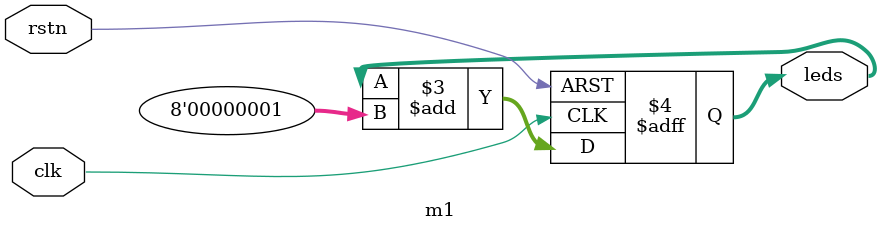
<source format=v>
module m1(clk, rstn, leds);
  parameter width=8;
  input clk;
  input rstn;
  output reg [width-1:0] leds;
  always @(posedge clk, negedge rstn) begin
    if (~rstn)
      leds <= {width{1'b0}};
    else
      leds <= leds + {{width-1{1'b0}}, 1'b1};
  end
endmodule
</source>
